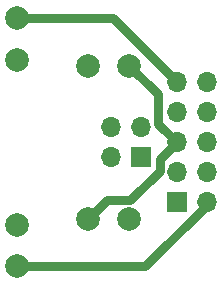
<source format=gtl>
G04 #@! TF.GenerationSoftware,KiCad,Pcbnew,(5.1.6-0-10_14)*
G04 #@! TF.CreationDate,2020-08-07T14:37:36+09:00*
G04 #@! TF.ProjectId,con_body,636f6e5f-626f-4647-992e-6b696361645f,rev?*
G04 #@! TF.SameCoordinates,Original*
G04 #@! TF.FileFunction,Copper,L1,Top*
G04 #@! TF.FilePolarity,Positive*
%FSLAX46Y46*%
G04 Gerber Fmt 4.6, Leading zero omitted, Abs format (unit mm)*
G04 Created by KiCad (PCBNEW (5.1.6-0-10_14)) date 2020-08-07 14:37:36*
%MOMM*%
%LPD*%
G01*
G04 APERTURE LIST*
G04 #@! TA.AperFunction,ComponentPad*
%ADD10C,2.000000*%
G04 #@! TD*
G04 #@! TA.AperFunction,ComponentPad*
%ADD11O,1.700000X1.700000*%
G04 #@! TD*
G04 #@! TA.AperFunction,ComponentPad*
%ADD12R,1.700000X1.700000*%
G04 #@! TD*
G04 #@! TA.AperFunction,Conductor*
%ADD13C,0.762000*%
G04 #@! TD*
G04 APERTURE END LIST*
D10*
G04 #@! TO.P,F1,1*
G04 #@! TO.N,FAN_VCC*
X158500000Y-106500000D03*
G04 #@! TO.P,F1,2*
G04 #@! TO.N,FAN1*
X162000000Y-106500000D03*
G04 #@! TD*
G04 #@! TO.P,F2,2*
G04 #@! TO.N,FAN2*
X158500000Y-93500000D03*
G04 #@! TO.P,F2,1*
G04 #@! TO.N,FAN_VCC*
X162000000Y-93500000D03*
G04 #@! TD*
G04 #@! TO.P,H1,1*
G04 #@! TO.N,HEATER1A*
X152500000Y-107000000D03*
G04 #@! TO.P,H1,2*
G04 #@! TO.N,HEATER1B*
X152500000Y-110500000D03*
G04 #@! TD*
G04 #@! TO.P,H2,2*
G04 #@! TO.N,HEATER2B*
X152500000Y-93000000D03*
G04 #@! TO.P,H2,1*
G04 #@! TO.N,HEATER2A*
X152500000Y-89500000D03*
G04 #@! TD*
D11*
G04 #@! TO.P,U1,10*
G04 #@! TO.N,HEATER2B*
X168540000Y-94920000D03*
G04 #@! TO.P,U1,9*
G04 #@! TO.N,HEATER2A*
X166000000Y-94920000D03*
G04 #@! TO.P,U1,8*
G04 #@! TO.N,THERM2*
X168540000Y-97460000D03*
G04 #@! TO.P,U1,7*
G04 #@! TO.N,FAN2*
X166000000Y-97460000D03*
G04 #@! TO.P,U1,6*
G04 #@! TO.N,THERM_GND*
X168540000Y-100000000D03*
G04 #@! TO.P,U1,5*
G04 #@! TO.N,FAN_VCC*
X166000000Y-100000000D03*
G04 #@! TO.P,U1,4*
G04 #@! TO.N,FAN1*
X168540000Y-102540000D03*
G04 #@! TO.P,U1,3*
G04 #@! TO.N,THERM1*
X166000000Y-102540000D03*
G04 #@! TO.P,U1,2*
G04 #@! TO.N,HEATER1B*
X168540000Y-105080000D03*
D12*
G04 #@! TO.P,U1,1*
G04 #@! TO.N,HEATER1A*
X166000000Y-105080000D03*
G04 #@! TD*
D11*
G04 #@! TO.P,J1,4*
G04 #@! TO.N,THERM_GND*
X160460000Y-98730000D03*
G04 #@! TO.P,J1,3*
G04 #@! TO.N,THERM2*
X163000000Y-98730000D03*
G04 #@! TO.P,J1,2*
G04 #@! TO.N,THERM_GND*
X160460000Y-101270000D03*
D12*
G04 #@! TO.P,J1,1*
G04 #@! TO.N,THERM1*
X163000000Y-101270000D03*
G04 #@! TD*
D13*
G04 #@! TO.N,FAN_VCC*
X164431001Y-98431001D02*
X166000000Y-100000000D01*
X164431001Y-95931001D02*
X164431001Y-98431001D01*
X162000000Y-93500000D02*
X164431001Y-95931001D01*
X164568999Y-101431001D02*
X166000000Y-100000000D01*
X164568999Y-102431001D02*
X164568999Y-101431001D01*
X162081001Y-104918999D02*
X164568999Y-102431001D01*
X160081001Y-104918999D02*
X162081001Y-104918999D01*
X158500000Y-106500000D02*
X160081001Y-104918999D01*
G04 #@! TO.N,HEATER1B*
X168540000Y-105285802D02*
X168540000Y-105080000D01*
X163325802Y-110500000D02*
X168540000Y-105285802D01*
X152500000Y-110500000D02*
X163325802Y-110500000D01*
G04 #@! TO.N,HEATER2A*
X160580000Y-89500000D02*
X166000000Y-94920000D01*
X152500000Y-89500000D02*
X160580000Y-89500000D01*
G04 #@! TD*
M02*

</source>
